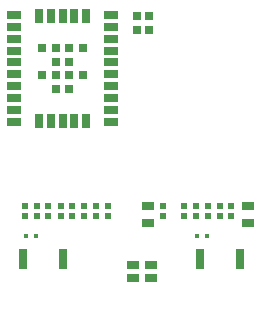
<source format=gtp>
G04*
G04 #@! TF.GenerationSoftware,Altium Limited,Altium Designer,21.6.4 (81)*
G04*
G04 Layer_Color=8421504*
%FSLAX44Y44*%
%MOMM*%
G71*
G04*
G04 #@! TF.SameCoordinates,B4D087F0-9EC3-4593-89C5-D5A80E32FEAA*
G04*
G04*
G04 #@! TF.FilePolarity,Positive*
G04*
G01*
G75*
G04:AMPARAMS|DCode=15|XSize=1.15mm|YSize=0.7mm|CornerRadius=0.035mm|HoleSize=0mm|Usage=FLASHONLY|Rotation=180.000|XOffset=0mm|YOffset=0mm|HoleType=Round|Shape=RoundedRectangle|*
%AMROUNDEDRECTD15*
21,1,1.1500,0.6300,0,0,180.0*
21,1,1.0800,0.7000,0,0,180.0*
1,1,0.0700,-0.5400,0.3150*
1,1,0.0700,0.5400,0.3150*
1,1,0.0700,0.5400,-0.3150*
1,1,0.0700,-0.5400,-0.3150*
%
%ADD15ROUNDEDRECTD15*%
G04:AMPARAMS|DCode=16|XSize=1.15mm|YSize=0.7mm|CornerRadius=0.035mm|HoleSize=0mm|Usage=FLASHONLY|Rotation=90.000|XOffset=0mm|YOffset=0mm|HoleType=Round|Shape=RoundedRectangle|*
%AMROUNDEDRECTD16*
21,1,1.1500,0.6300,0,0,90.0*
21,1,1.0800,0.7000,0,0,90.0*
1,1,0.0700,0.3150,0.5400*
1,1,0.0700,0.3150,-0.5400*
1,1,0.0700,-0.3150,-0.5400*
1,1,0.0700,-0.3150,0.5400*
%
%ADD16ROUNDEDRECTD16*%
%ADD17R,0.7000X0.7000*%
%ADD18R,0.5500X0.5200*%
%ADD19C,0.0100*%
%ADD20R,1.0200X0.6400*%
%ADD21R,0.7800X0.7400*%
%ADD22R,0.3600X0.3500*%
%ADD23R,0.8000X1.7000*%
%ADD24R,1.0000X0.8000*%
D15*
X93150Y266750D02*
D03*
Y276750D02*
D03*
Y286750D02*
D03*
Y296750D02*
D03*
Y306750D02*
D03*
Y316750D02*
D03*
Y326750D02*
D03*
Y336750D02*
D03*
Y346750D02*
D03*
Y356750D02*
D03*
X10650D02*
D03*
Y346750D02*
D03*
Y336750D02*
D03*
Y326750D02*
D03*
Y316750D02*
D03*
Y306750D02*
D03*
Y296750D02*
D03*
Y286750D02*
D03*
Y276750D02*
D03*
Y266750D02*
D03*
D16*
X31900Y356000D02*
D03*
X41900D02*
D03*
X51900D02*
D03*
X61900D02*
D03*
X71900D02*
D03*
Y267500D02*
D03*
X61900D02*
D03*
X51900D02*
D03*
X41900D02*
D03*
X31900D02*
D03*
D17*
X69150Y329000D02*
D03*
X57650D02*
D03*
X46150D02*
D03*
X34650D02*
D03*
Y306000D02*
D03*
X46150Y317500D02*
D03*
X57650D02*
D03*
Y294500D02*
D03*
X69150Y306000D02*
D03*
X57650D02*
D03*
X46150D02*
D03*
Y294500D02*
D03*
D18*
X90000Y195000D02*
D03*
Y187000D02*
D03*
X137000Y195000D02*
D03*
Y187000D02*
D03*
X80000Y195000D02*
D03*
Y187000D02*
D03*
X155000D02*
D03*
Y195000D02*
D03*
X70066Y187000D02*
D03*
Y195000D02*
D03*
X175000Y187000D02*
D03*
Y195000D02*
D03*
X29868Y187000D02*
D03*
Y195000D02*
D03*
X39878Y187008D02*
D03*
Y195008D02*
D03*
X19868Y187000D02*
D03*
Y195000D02*
D03*
X50066Y187000D02*
D03*
Y195000D02*
D03*
X60066Y187000D02*
D03*
Y195000D02*
D03*
X194000D02*
D03*
Y187000D02*
D03*
X185000D02*
D03*
Y195000D02*
D03*
X165000Y187000D02*
D03*
Y195000D02*
D03*
D19*
X122700Y106350D02*
D03*
Y93650D02*
D03*
X110000Y106350D02*
D03*
Y93650D02*
D03*
X97300Y106350D02*
D03*
Y93650D02*
D03*
D20*
X124000Y181150D02*
D03*
Y194850D02*
D03*
X209000Y194850D02*
D03*
Y181150D02*
D03*
D21*
X124800Y344000D02*
D03*
X115000D02*
D03*
X124800Y356000D02*
D03*
X115000D02*
D03*
D22*
X165800Y170000D02*
D03*
X174200D02*
D03*
X21064Y169926D02*
D03*
X29464D02*
D03*
D23*
X202000Y150000D02*
D03*
X168000D02*
D03*
X52000D02*
D03*
X18000D02*
D03*
D24*
X126500Y134500D02*
D03*
X111500D02*
D03*
Y145500D02*
D03*
X126500D02*
D03*
M02*

</source>
